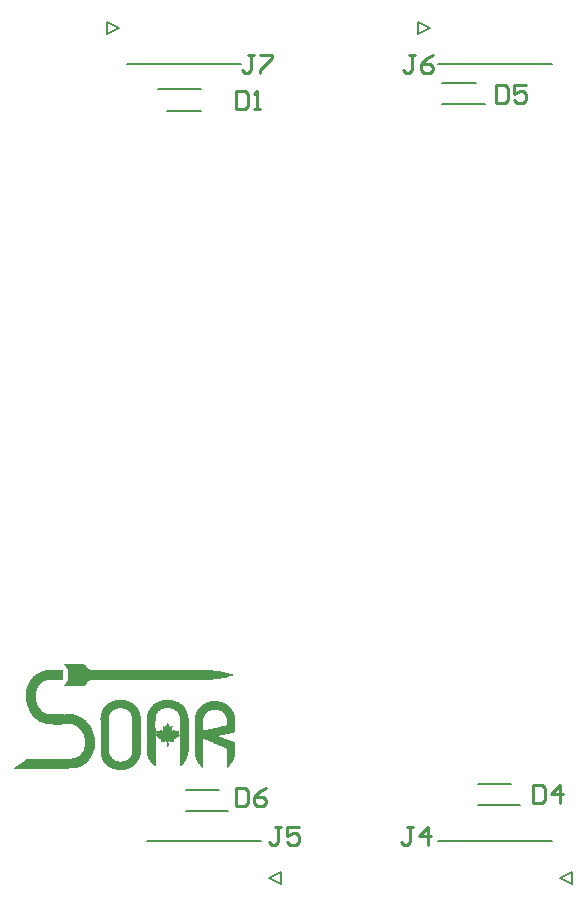
<source format=gto>
G04*
G04 #@! TF.GenerationSoftware,Altium Limited,Altium Designer,24.9.1 (31)*
G04*
G04 Layer_Color=65535*
%FSLAX25Y25*%
%MOIN*%
G70*
G04*
G04 #@! TF.SameCoordinates,8C3E2955-48CA-471D-9453-E4D1A35B8BF5*
G04*
G04*
G04 #@! TF.FilePolarity,Positive*
G04*
G01*
G75*
%ADD10C,0.00787*%
%ADD11C,0.00500*%
%ADD12C,0.01000*%
G36*
X88334Y106205D02*
X88570D01*
Y106087D01*
X88807D01*
Y105968D01*
X88925D01*
Y105732D01*
X89043D01*
Y105614D01*
X89161D01*
Y105495D01*
X89280D01*
Y105377D01*
X89398D01*
Y105259D01*
X89516D01*
Y105140D01*
X89635D01*
Y105022D01*
X89753D01*
Y104904D01*
X89871D01*
Y104786D01*
X89989D01*
Y104667D01*
X90108D01*
Y104549D01*
X90226D01*
Y104431D01*
X129728D01*
Y104313D01*
X131265D01*
Y104194D01*
X132330D01*
Y104076D01*
X133276D01*
Y103958D01*
X133986D01*
Y103839D01*
X134577D01*
Y103721D01*
X135168D01*
Y103603D01*
X135760D01*
Y103485D01*
X136233D01*
Y103366D01*
X136706D01*
Y103248D01*
X137061D01*
Y103130D01*
X137534D01*
Y103012D01*
X137889D01*
Y102893D01*
X138243D01*
Y102657D01*
X137889D01*
Y102539D01*
X137534D01*
Y102420D01*
X137179D01*
Y102302D01*
X136706D01*
Y102184D01*
X136233D01*
Y102065D01*
X135760D01*
Y101947D01*
X135168D01*
Y101829D01*
X134695D01*
Y101711D01*
X133986D01*
Y101592D01*
X133276D01*
Y101474D01*
X132330D01*
Y101356D01*
X131147D01*
Y101237D01*
X129491D01*
Y101119D01*
X123105D01*
Y101237D01*
X109149D01*
Y101119D01*
X90226D01*
Y101001D01*
X90108D01*
Y100883D01*
X89989D01*
Y100764D01*
X89871D01*
Y100646D01*
X89753D01*
Y100528D01*
X89635D01*
Y100410D01*
X89516D01*
Y100291D01*
X89398D01*
Y100173D01*
X89280D01*
Y100055D01*
X89161D01*
Y99936D01*
X89043D01*
Y99818D01*
X88925D01*
Y99700D01*
X88807D01*
Y99582D01*
X88688D01*
Y99345D01*
X88452D01*
Y99227D01*
X81711D01*
Y99345D01*
X81829D01*
Y99463D01*
X81947D01*
Y99700D01*
X82065D01*
Y99818D01*
X82184D01*
Y99936D01*
X82302D01*
Y100173D01*
X82420D01*
Y100291D01*
X82538D01*
Y100410D01*
X82657D01*
Y100646D01*
X82775D01*
Y100764D01*
X82893D01*
Y101001D01*
X83012D01*
Y104313D01*
X83130D01*
Y104431D01*
X83012D01*
Y104667D01*
X82893D01*
Y104786D01*
X82775D01*
Y104904D01*
X82657D01*
Y105140D01*
X82538D01*
Y105259D01*
X82420D01*
Y105377D01*
X82302D01*
Y105614D01*
X82184D01*
Y105732D01*
X82065D01*
Y105850D01*
X81947D01*
Y106087D01*
X81829D01*
Y106205D01*
X81711D01*
Y106323D01*
X88334D01*
Y106205D01*
D02*
G37*
G36*
X116955Y94378D02*
X117901D01*
Y94260D01*
X118374D01*
Y94141D01*
X118729D01*
Y94023D01*
X119084D01*
Y93905D01*
X119320D01*
Y93787D01*
X119557D01*
Y93668D01*
X119793D01*
Y93550D01*
X120030D01*
Y93432D01*
X120266D01*
Y93313D01*
X120385D01*
Y93195D01*
X120503D01*
Y93077D01*
X120739D01*
Y92959D01*
X120858D01*
Y92840D01*
X120976D01*
Y92722D01*
X121094D01*
Y92604D01*
X121212D01*
Y92486D01*
X121331D01*
Y92367D01*
X121449D01*
Y92249D01*
X121567D01*
Y92131D01*
X121686D01*
Y92013D01*
X121804D01*
Y91776D01*
X121922D01*
Y91658D01*
X122040D01*
Y91421D01*
X122159D01*
Y91303D01*
X122277D01*
Y91066D01*
X122395D01*
Y90830D01*
X122513D01*
Y90593D01*
X122632D01*
Y90238D01*
X122750D01*
Y89765D01*
X122868D01*
Y89292D01*
X122986D01*
Y88346D01*
X123105D01*
Y77229D01*
X122986D01*
Y76164D01*
X122868D01*
Y75691D01*
X122750D01*
Y75336D01*
X122632D01*
Y74982D01*
X122513D01*
Y74745D01*
X122395D01*
Y74509D01*
X122277D01*
Y74272D01*
X122159D01*
Y74154D01*
X122040D01*
Y73917D01*
X121922D01*
Y73799D01*
X121804D01*
Y73681D01*
X121686D01*
Y73444D01*
X121567D01*
Y73326D01*
X121449D01*
Y73208D01*
X121331D01*
Y73089D01*
X121212D01*
Y72971D01*
X121094D01*
Y72853D01*
X120976D01*
Y72735D01*
X120858D01*
Y72616D01*
X120739D01*
Y72498D01*
X120503D01*
Y72380D01*
X120385D01*
Y72262D01*
X120266D01*
Y82314D01*
X120148D01*
Y82433D01*
X119912D01*
Y82314D01*
X119793D01*
Y82196D01*
X119557D01*
Y82078D01*
X119439D01*
Y81960D01*
X119202D01*
Y81841D01*
X119084D01*
Y81723D01*
X118847D01*
Y81605D01*
X118729D01*
Y81486D01*
X118611D01*
Y81368D01*
X118374D01*
Y81132D01*
X118256D01*
Y80659D01*
X118374D01*
Y80422D01*
X117428D01*
Y80540D01*
X116837D01*
Y80659D01*
X116718D01*
Y80540D01*
X116482D01*
Y80304D01*
X116364D01*
Y80186D01*
X116482D01*
Y79121D01*
X116364D01*
Y79003D01*
X116245D01*
Y78885D01*
X116009D01*
Y79003D01*
X115772D01*
Y80540D01*
X115536D01*
Y80659D01*
X115417D01*
Y80540D01*
X114708D01*
Y80422D01*
X113998D01*
Y80304D01*
X113880D01*
Y80659D01*
X113998D01*
Y81250D01*
X113880D01*
Y81368D01*
X113761D01*
Y81486D01*
X113525D01*
Y81605D01*
X113407D01*
Y81723D01*
X113170D01*
Y81841D01*
X113052D01*
Y81960D01*
X112815D01*
Y82078D01*
X112697D01*
Y82196D01*
X112579D01*
Y82314D01*
X112342D01*
Y82433D01*
X112106D01*
Y72380D01*
X111751D01*
Y72498D01*
X111633D01*
Y72616D01*
X111514D01*
Y72735D01*
X111396D01*
Y72853D01*
X111278D01*
Y72971D01*
X111160D01*
Y73089D01*
X111041D01*
Y73208D01*
X110923D01*
Y73326D01*
X110805D01*
Y73444D01*
X110687D01*
Y73563D01*
X110568D01*
Y73681D01*
X110450D01*
Y73917D01*
X110332D01*
Y74036D01*
X110213D01*
Y74154D01*
X110095D01*
Y74390D01*
X109977D01*
Y74627D01*
X109859D01*
Y74863D01*
X109740D01*
Y75100D01*
X109622D01*
Y75455D01*
X109504D01*
Y75810D01*
X109386D01*
Y76401D01*
X109267D01*
Y81368D01*
X109149D01*
Y84325D01*
X109267D01*
Y89174D01*
X109386D01*
Y89647D01*
X109504D01*
Y90120D01*
X109622D01*
Y90475D01*
X109740D01*
Y90711D01*
X109859D01*
Y90948D01*
X109977D01*
Y91185D01*
X110095D01*
Y91421D01*
X110213D01*
Y91539D01*
X110332D01*
Y91776D01*
X110450D01*
Y91894D01*
X110568D01*
Y92131D01*
X110687D01*
Y92249D01*
X110805D01*
Y92367D01*
X110923D01*
Y92486D01*
X111041D01*
Y92604D01*
X111160D01*
Y92722D01*
X111278D01*
Y92840D01*
X111396D01*
Y92959D01*
X111514D01*
Y93077D01*
X111751D01*
Y93195D01*
X111869D01*
Y93313D01*
X112106D01*
Y93432D01*
X112224D01*
Y93550D01*
X112461D01*
Y93668D01*
X112697D01*
Y93787D01*
X112934D01*
Y93905D01*
X113170D01*
Y94023D01*
X113525D01*
Y94141D01*
X113880D01*
Y94260D01*
X114353D01*
Y94378D01*
X115181D01*
Y94496D01*
X116955D01*
Y94378D01*
D02*
G37*
G36*
X132211Y94023D02*
X133394D01*
Y93905D01*
X133986D01*
Y93787D01*
X134340D01*
Y93668D01*
X134695D01*
Y93550D01*
X134932D01*
Y93432D01*
X135168D01*
Y93313D01*
X135405D01*
Y93195D01*
X135641D01*
Y93077D01*
X135760D01*
Y92959D01*
X135996D01*
Y92840D01*
X136114D01*
Y92722D01*
X136233D01*
Y92604D01*
X136351D01*
Y92486D01*
X136588D01*
Y92367D01*
X136706D01*
Y92249D01*
X136824D01*
Y92131D01*
X136942D01*
Y91894D01*
X137061D01*
Y91776D01*
X137179D01*
Y91658D01*
X137297D01*
Y91539D01*
X137415D01*
Y91303D01*
X137534D01*
Y91185D01*
X137652D01*
Y90948D01*
X137770D01*
Y90830D01*
X137889D01*
Y90593D01*
X138007D01*
Y90357D01*
X138125D01*
Y90120D01*
X138243D01*
Y89765D01*
X138362D01*
Y89411D01*
X138480D01*
Y88819D01*
X138598D01*
Y83852D01*
X138480D01*
Y83734D01*
X138362D01*
Y83615D01*
X138125D01*
Y83497D01*
X137534D01*
Y83379D01*
X136942D01*
Y83261D01*
X136351D01*
Y83142D01*
X135878D01*
Y83024D01*
X135286D01*
Y82906D01*
X134695D01*
Y82788D01*
X134222D01*
Y82669D01*
X133631D01*
Y82551D01*
X133158D01*
Y82433D01*
X133039D01*
Y82314D01*
X133276D01*
Y82196D01*
X133631D01*
Y82078D01*
X133986D01*
Y81960D01*
X134340D01*
Y81841D01*
X134695D01*
Y81723D01*
X134932D01*
Y81605D01*
X135286D01*
Y81486D01*
X135641D01*
Y81368D01*
X135996D01*
Y81250D01*
X136351D01*
Y81132D01*
X136588D01*
Y81014D01*
X136942D01*
Y80895D01*
X137297D01*
Y80777D01*
X137652D01*
Y80659D01*
X138007D01*
Y80540D01*
X138243D01*
Y80422D01*
X138480D01*
Y80186D01*
X138598D01*
Y76164D01*
X138480D01*
Y75455D01*
X138362D01*
Y74982D01*
X138243D01*
Y74627D01*
X138125D01*
Y74390D01*
X138007D01*
Y74154D01*
X137889D01*
Y73917D01*
X137770D01*
Y73681D01*
X137652D01*
Y73563D01*
X137534D01*
Y73326D01*
X137415D01*
Y73208D01*
X137297D01*
Y73089D01*
X137179D01*
Y72971D01*
X137061D01*
Y72735D01*
X136942D01*
Y72616D01*
X136824D01*
Y72498D01*
X136588D01*
Y72380D01*
X136469D01*
Y72262D01*
X136351D01*
Y72143D01*
X136233D01*
Y72025D01*
X136114D01*
Y71907D01*
X135878D01*
Y71789D01*
X135760D01*
Y73563D01*
Y73681D01*
Y78057D01*
X135641D01*
Y78293D01*
X135523D01*
Y78412D01*
X135286D01*
Y78530D01*
X134932D01*
Y78648D01*
X134695D01*
Y78766D01*
X134459D01*
Y78885D01*
X134104D01*
Y79003D01*
X133867D01*
Y79121D01*
X133631D01*
Y79239D01*
X133276D01*
Y79358D01*
X133039D01*
Y79476D01*
X132803D01*
Y79594D01*
X132448D01*
Y79712D01*
X132211D01*
Y79831D01*
X131975D01*
Y79949D01*
X131620D01*
Y80067D01*
X131384D01*
Y80186D01*
X131147D01*
Y80304D01*
X130911D01*
Y80422D01*
X130556D01*
Y80540D01*
X130319D01*
Y80659D01*
X130083D01*
Y80777D01*
X129728D01*
Y80895D01*
X129491D01*
Y81014D01*
X129255D01*
Y81132D01*
X129018D01*
Y81250D01*
X128664D01*
Y81368D01*
X128427D01*
Y81486D01*
X128072D01*
Y81250D01*
X127954D01*
Y72262D01*
X128072D01*
Y72025D01*
X127954D01*
Y71907D01*
X127717D01*
Y72025D01*
X127599D01*
Y72143D01*
X127481D01*
Y72262D01*
X127363D01*
Y72380D01*
X127244D01*
Y72498D01*
X127126D01*
Y72616D01*
X127008D01*
Y72735D01*
X126889D01*
Y72853D01*
X126771D01*
Y72971D01*
X126653D01*
Y73089D01*
X126535D01*
Y73208D01*
X126416D01*
Y73326D01*
X126298D01*
Y73563D01*
X126180D01*
Y73681D01*
X126061D01*
Y73917D01*
X125943D01*
Y74154D01*
X125825D01*
Y74390D01*
X125707D01*
Y74627D01*
X125589D01*
Y74982D01*
X125470D01*
Y75336D01*
X125352D01*
Y75928D01*
X125234D01*
Y76756D01*
X125115D01*
Y86572D01*
X125234D01*
Y88937D01*
X125352D01*
Y89529D01*
X125470D01*
Y89884D01*
X125589D01*
Y90120D01*
X125707D01*
Y90475D01*
X125825D01*
Y90711D01*
X125943D01*
Y90830D01*
X126061D01*
Y91066D01*
X126180D01*
Y91185D01*
X126298D01*
Y91421D01*
X126416D01*
Y91539D01*
X126535D01*
Y91658D01*
X126653D01*
Y91894D01*
X126771D01*
Y92013D01*
X126889D01*
Y92131D01*
X127008D01*
Y92249D01*
X127126D01*
Y92367D01*
X127244D01*
Y92486D01*
X127481D01*
Y92604D01*
X127599D01*
Y92722D01*
X127717D01*
Y92840D01*
X127836D01*
Y92959D01*
X128072D01*
Y93077D01*
X128190D01*
Y93195D01*
X128427D01*
Y93313D01*
X128664D01*
Y93432D01*
X128900D01*
Y93550D01*
X129137D01*
Y93668D01*
X129491D01*
Y93787D01*
X129846D01*
Y93905D01*
X130319D01*
Y94023D01*
X131502D01*
Y94141D01*
X132211D01*
Y94023D01*
D02*
G37*
G36*
X81238Y104313D02*
X81356D01*
Y103839D01*
X81238D01*
Y101237D01*
X81119D01*
Y101119D01*
X76270D01*
Y101001D01*
X75679D01*
Y100883D01*
X75324D01*
Y100764D01*
X74969D01*
Y100646D01*
X74733D01*
Y100528D01*
X74496D01*
Y100410D01*
X74378D01*
Y100291D01*
X74141D01*
Y100173D01*
X74023D01*
Y100055D01*
X73905D01*
Y99936D01*
X73668D01*
Y99818D01*
X73550D01*
Y99582D01*
X73432D01*
Y99463D01*
X73313D01*
Y99345D01*
X73195D01*
Y99227D01*
X73077D01*
Y98990D01*
X72959D01*
Y98754D01*
X72840D01*
Y98517D01*
X72722D01*
Y98281D01*
X72604D01*
Y97926D01*
X72486D01*
Y97453D01*
X72367D01*
Y96980D01*
X72249D01*
Y94260D01*
X72367D01*
Y93787D01*
X72486D01*
Y93432D01*
X72604D01*
Y93077D01*
X72722D01*
Y92840D01*
X72840D01*
Y92604D01*
X72959D01*
Y92367D01*
X73077D01*
Y92131D01*
X73195D01*
Y92013D01*
X73313D01*
Y91776D01*
X73432D01*
Y91658D01*
X73550D01*
Y91421D01*
X73668D01*
Y91303D01*
X73786D01*
Y91185D01*
X73905D01*
Y91066D01*
X74023D01*
Y90948D01*
X74141D01*
Y90830D01*
X74260D01*
Y90711D01*
X74378D01*
Y90593D01*
X74614D01*
Y90475D01*
X74733D01*
Y90357D01*
X74851D01*
Y90238D01*
X75087D01*
Y90120D01*
X75324D01*
Y90002D01*
X75561D01*
Y89884D01*
X75915D01*
Y89765D01*
X76507D01*
Y89647D01*
X77808D01*
Y89765D01*
X78872D01*
Y89647D01*
X81711D01*
Y89529D01*
X82065D01*
Y89647D01*
X84786D01*
Y89529D01*
X85259D01*
Y89411D01*
X85732D01*
Y89292D01*
X86086D01*
Y89174D01*
X86323D01*
Y89056D01*
X86678D01*
Y88937D01*
X86914D01*
Y88819D01*
X87151D01*
Y88701D01*
X87269D01*
Y88583D01*
X87506D01*
Y88464D01*
X87742D01*
Y88346D01*
X87861D01*
Y88228D01*
X88097D01*
Y88110D01*
X88215D01*
Y87991D01*
X88334D01*
Y87873D01*
X88570D01*
Y87755D01*
X88688D01*
Y87637D01*
X88807D01*
Y87518D01*
X88925D01*
Y87400D01*
X89043D01*
Y87282D01*
X89161D01*
Y87164D01*
X89280D01*
Y87045D01*
X89398D01*
Y86927D01*
X89516D01*
Y86809D01*
X89635D01*
Y86572D01*
X89753D01*
Y86454D01*
X89871D01*
Y86336D01*
X89989D01*
Y86217D01*
X90108D01*
Y85981D01*
X90226D01*
Y85862D01*
X90344D01*
Y85626D01*
X90462D01*
Y85389D01*
X90581D01*
Y85271D01*
X90699D01*
Y85035D01*
X90817D01*
Y84798D01*
X90936D01*
Y84443D01*
X91054D01*
Y84207D01*
X91172D01*
Y83852D01*
X91290D01*
Y83497D01*
X91409D01*
Y83024D01*
X91527D01*
Y82551D01*
X91645D01*
Y81960D01*
X91764D01*
Y81132D01*
X91882D01*
Y79003D01*
X91764D01*
Y78175D01*
X91645D01*
Y77702D01*
X91527D01*
Y77347D01*
X91409D01*
Y76992D01*
X91290D01*
Y76638D01*
X91172D01*
Y76401D01*
X91054D01*
Y76164D01*
X90936D01*
Y75928D01*
X90817D01*
Y75691D01*
X90699D01*
Y75455D01*
X90581D01*
Y75218D01*
X90462D01*
Y75100D01*
X90344D01*
Y74863D01*
X90226D01*
Y74745D01*
X90108D01*
Y74627D01*
X89989D01*
Y74390D01*
X89871D01*
Y74272D01*
X89753D01*
Y74154D01*
X89635D01*
Y74036D01*
X89516D01*
Y73917D01*
X89398D01*
Y73799D01*
X89280D01*
Y73681D01*
X89161D01*
Y73563D01*
X89043D01*
Y73444D01*
X88925D01*
Y73326D01*
X88807D01*
Y73208D01*
X88688D01*
Y73089D01*
X88452D01*
Y72971D01*
X88334D01*
Y72853D01*
X88097D01*
Y72735D01*
X87979D01*
Y72616D01*
X87742D01*
Y72498D01*
X87506D01*
Y72380D01*
X87269D01*
Y72262D01*
X87033D01*
Y72143D01*
X86678D01*
Y72025D01*
X86323D01*
Y71907D01*
X85968D01*
Y71789D01*
X85377D01*
Y71670D01*
X83130D01*
Y71552D01*
X64916D01*
Y71789D01*
X65153D01*
Y71907D01*
X65271D01*
Y72025D01*
X65508D01*
Y72143D01*
X65626D01*
Y72262D01*
X65744D01*
Y72380D01*
X65981D01*
Y72498D01*
X66099D01*
Y72616D01*
X66336D01*
Y72735D01*
X66454D01*
Y72853D01*
X66690D01*
Y72971D01*
X66809D01*
Y73089D01*
X67045D01*
Y73208D01*
X67163D01*
Y73326D01*
X67400D01*
Y73444D01*
X67518D01*
Y73563D01*
X67637D01*
Y73681D01*
X67873D01*
Y73799D01*
X67991D01*
Y73917D01*
X68228D01*
Y74036D01*
X68346D01*
Y74154D01*
X68583D01*
Y74272D01*
X68701D01*
Y74390D01*
X68937D01*
Y74509D01*
X69056D01*
Y74627D01*
X69174D01*
Y74745D01*
X69411D01*
Y74863D01*
X84312D01*
Y74982D01*
X84904D01*
Y75100D01*
X85259D01*
Y75218D01*
X85614D01*
Y75336D01*
X85850D01*
Y75455D01*
X86086D01*
Y75573D01*
X86205D01*
Y75691D01*
X86441D01*
Y75810D01*
X86560D01*
Y75928D01*
X86796D01*
Y76046D01*
X86914D01*
Y76164D01*
X87033D01*
Y76283D01*
X87151D01*
Y76401D01*
X87269D01*
Y76519D01*
X87388D01*
Y76638D01*
X87506D01*
Y76874D01*
X87624D01*
Y76992D01*
X87742D01*
Y77229D01*
X87861D01*
Y77347D01*
X87979D01*
Y77584D01*
X88097D01*
Y77938D01*
X88215D01*
Y78293D01*
X88334D01*
Y78766D01*
X88452D01*
Y80067D01*
X88570D01*
Y80422D01*
X88452D01*
Y81723D01*
X88334D01*
Y82314D01*
X88215D01*
Y82669D01*
X88097D01*
Y83024D01*
X87979D01*
Y83261D01*
X87861D01*
Y83497D01*
X87742D01*
Y83734D01*
X87624D01*
Y83970D01*
X87506D01*
Y84088D01*
X87388D01*
Y84325D01*
X87269D01*
Y84443D01*
X87151D01*
Y84562D01*
X87033D01*
Y84680D01*
X86914D01*
Y84798D01*
X86796D01*
Y84916D01*
X86678D01*
Y85035D01*
X86560D01*
Y85153D01*
X86441D01*
Y85271D01*
X86323D01*
Y85389D01*
X86205D01*
Y85508D01*
X85968D01*
Y85626D01*
X85850D01*
Y85744D01*
X85614D01*
Y85862D01*
X85377D01*
Y85981D01*
X85140D01*
Y86099D01*
X84786D01*
Y86217D01*
X84431D01*
Y86336D01*
X81001D01*
Y86217D01*
X78044D01*
Y86336D01*
X76625D01*
Y86454D01*
X75797D01*
Y86572D01*
X75324D01*
Y86690D01*
X74851D01*
Y86809D01*
X74496D01*
Y86927D01*
X74141D01*
Y87045D01*
X73905D01*
Y87164D01*
X73550D01*
Y87282D01*
X73313D01*
Y87400D01*
X73195D01*
Y87518D01*
X72959D01*
Y87637D01*
X72722D01*
Y87755D01*
X72604D01*
Y87873D01*
X72486D01*
Y87991D01*
X72249D01*
Y88110D01*
X72131D01*
Y88228D01*
X72013D01*
Y88346D01*
X71894D01*
Y88464D01*
X71776D01*
Y88583D01*
X71658D01*
Y88701D01*
X71539D01*
Y88819D01*
X71421D01*
Y88937D01*
X71303D01*
Y89056D01*
X71185D01*
Y89174D01*
X71066D01*
Y89292D01*
X70948D01*
Y89529D01*
X70830D01*
Y89647D01*
X70711D01*
Y89765D01*
X70593D01*
Y90002D01*
X70475D01*
Y90238D01*
X70357D01*
Y90357D01*
X70239D01*
Y90593D01*
X70120D01*
Y90830D01*
X70002D01*
Y91066D01*
X69884D01*
Y91303D01*
X69765D01*
Y91658D01*
X69647D01*
Y92013D01*
X69529D01*
Y92367D01*
X69411D01*
Y92722D01*
X69292D01*
Y93077D01*
X69174D01*
Y93668D01*
X69056D01*
Y94378D01*
X68937D01*
Y95797D01*
X68819D01*
Y96034D01*
X68937D01*
Y97453D01*
X69056D01*
Y98044D01*
X69174D01*
Y98517D01*
X69292D01*
Y98990D01*
X69411D01*
Y99227D01*
X69529D01*
Y99582D01*
X69647D01*
Y99818D01*
X69765D01*
Y100055D01*
X69884D01*
Y100291D01*
X70002D01*
Y100528D01*
X70120D01*
Y100764D01*
X70239D01*
Y100883D01*
X70357D01*
Y101119D01*
X70475D01*
Y101237D01*
X70593D01*
Y101356D01*
X70711D01*
Y101592D01*
X70830D01*
Y101711D01*
X70948D01*
Y101829D01*
X71066D01*
Y101947D01*
X71185D01*
Y102065D01*
X71303D01*
Y102184D01*
X71421D01*
Y102302D01*
X71539D01*
Y102420D01*
X71658D01*
Y102539D01*
X71776D01*
Y102657D01*
X72013D01*
Y102775D01*
X72131D01*
Y102893D01*
X72249D01*
Y103012D01*
X72486D01*
Y103130D01*
X72604D01*
Y103248D01*
X72840D01*
Y103366D01*
X73077D01*
Y103485D01*
X73313D01*
Y103603D01*
X73550D01*
Y103721D01*
X73786D01*
Y103839D01*
X74141D01*
Y103958D01*
X74496D01*
Y104076D01*
X74851D01*
Y104194D01*
X75324D01*
Y104313D01*
X76034D01*
Y104431D01*
X81238D01*
Y104313D01*
D02*
G37*
G36*
X101580Y94378D02*
X102171D01*
Y94260D01*
X102644D01*
Y94141D01*
X102999D01*
Y94023D01*
X103236D01*
Y93905D01*
X103590D01*
Y93787D01*
X103827D01*
Y93668D01*
X104063D01*
Y93550D01*
X104182D01*
Y93432D01*
X104418D01*
Y93313D01*
X104536D01*
Y93195D01*
X104773D01*
Y93077D01*
X104891D01*
Y92959D01*
X105010D01*
Y92840D01*
X105128D01*
Y92722D01*
X105246D01*
Y92604D01*
X105364D01*
Y92486D01*
X105483D01*
Y92367D01*
X105601D01*
Y92249D01*
X105719D01*
Y92131D01*
X105838D01*
Y92013D01*
X105956D01*
Y91776D01*
X106074D01*
Y91658D01*
X106192D01*
Y91421D01*
X106311D01*
Y91185D01*
X106429D01*
Y91066D01*
X106547D01*
Y90711D01*
X106665D01*
Y90475D01*
X106784D01*
Y90120D01*
X106902D01*
Y89765D01*
X107020D01*
Y89174D01*
X107139D01*
Y76283D01*
X107020D01*
Y75810D01*
X106902D01*
Y75455D01*
X106784D01*
Y75100D01*
X106665D01*
Y74863D01*
X106547D01*
Y74627D01*
X106429D01*
Y74390D01*
X106311D01*
Y74154D01*
X106192D01*
Y74036D01*
X106074D01*
Y73799D01*
X105956D01*
Y73681D01*
X105838D01*
Y73563D01*
X105719D01*
Y73326D01*
X105601D01*
Y73208D01*
X105483D01*
Y73089D01*
X105364D01*
Y72971D01*
X105246D01*
Y72853D01*
X105128D01*
Y72735D01*
X105010D01*
Y72616D01*
X104773D01*
Y72498D01*
X104655D01*
Y72380D01*
X104536D01*
Y72262D01*
X104300D01*
Y72143D01*
X104182D01*
Y72025D01*
X103945D01*
Y71907D01*
X103709D01*
Y71789D01*
X103472D01*
Y71670D01*
X103236D01*
Y71552D01*
X102999D01*
Y71434D01*
X102644D01*
Y71315D01*
X102171D01*
Y71197D01*
X101343D01*
Y71079D01*
X99687D01*
Y71197D01*
X98860D01*
Y71315D01*
X98268D01*
Y71434D01*
X97913D01*
Y71552D01*
X97677D01*
Y71670D01*
X97322D01*
Y71789D01*
X97086D01*
Y71907D01*
X96967D01*
Y72025D01*
X96731D01*
Y72143D01*
X96494D01*
Y72262D01*
X96376D01*
Y72380D01*
X96258D01*
Y72498D01*
X96021D01*
Y72616D01*
X95903D01*
Y72735D01*
X95785D01*
Y72853D01*
X95666D01*
Y72971D01*
X95548D01*
Y73089D01*
X95430D01*
Y73208D01*
X95311D01*
Y73326D01*
X95193D01*
Y73444D01*
X95075D01*
Y73681D01*
X94957D01*
Y73799D01*
X94839D01*
Y73917D01*
X94720D01*
Y74154D01*
X94602D01*
Y74390D01*
X94484D01*
Y74509D01*
X94365D01*
Y74745D01*
X94247D01*
Y75100D01*
X94129D01*
Y75336D01*
X94011D01*
Y75691D01*
X93892D01*
Y76283D01*
X93774D01*
Y87873D01*
X93656D01*
Y88464D01*
X93774D01*
Y89411D01*
X93892D01*
Y89884D01*
X94011D01*
Y90238D01*
X94129D01*
Y90593D01*
X94247D01*
Y90830D01*
X94365D01*
Y91066D01*
X94484D01*
Y91303D01*
X94602D01*
Y91421D01*
X94720D01*
Y91658D01*
X94839D01*
Y91776D01*
X94957D01*
Y92013D01*
X95075D01*
Y92131D01*
X95193D01*
Y92249D01*
X95311D01*
Y92367D01*
X95430D01*
Y92486D01*
X95548D01*
Y92604D01*
X95666D01*
Y92722D01*
X95785D01*
Y92840D01*
X95903D01*
Y92959D01*
X96021D01*
Y93077D01*
X96139D01*
Y93195D01*
X96258D01*
Y93313D01*
X96494D01*
Y93432D01*
X96613D01*
Y93550D01*
X96849D01*
Y93668D01*
X97086D01*
Y93787D01*
X97322D01*
Y93905D01*
X97559D01*
Y94023D01*
X97913D01*
Y94141D01*
X98268D01*
Y94260D01*
X98623D01*
Y94378D01*
X99333D01*
Y94496D01*
X101580D01*
Y94378D01*
D02*
G37*
%LPC*%
G36*
X117310Y91658D02*
X115062D01*
Y91539D01*
X114589D01*
Y91421D01*
X114235D01*
Y91303D01*
X113998D01*
Y91185D01*
X113761D01*
Y91066D01*
X113525D01*
Y90948D01*
X113407D01*
Y90830D01*
X113170D01*
Y90711D01*
X113052D01*
Y90593D01*
X112934D01*
Y90475D01*
X112815D01*
Y90238D01*
X112697D01*
Y90120D01*
X112579D01*
Y90002D01*
X112461D01*
Y89765D01*
X112342D01*
Y89411D01*
X112224D01*
Y88937D01*
X112106D01*
Y87400D01*
X111987D01*
Y85271D01*
X112106D01*
Y83024D01*
X112461D01*
Y83497D01*
X112342D01*
Y84088D01*
X112224D01*
Y84207D01*
X112934D01*
Y84088D01*
X113407D01*
Y84207D01*
X113525D01*
Y84325D01*
X113643D01*
Y84562D01*
X113998D01*
Y84443D01*
X114116D01*
Y84325D01*
X114235D01*
Y84207D01*
X114353D01*
Y84088D01*
X114471D01*
Y83970D01*
X114708D01*
Y84325D01*
X114589D01*
Y85035D01*
X114471D01*
Y85744D01*
X114353D01*
Y85862D01*
X114589D01*
Y85744D01*
X114826D01*
Y85626D01*
X114944D01*
Y85508D01*
X115299D01*
Y85626D01*
X115417D01*
Y85744D01*
X115536D01*
Y85981D01*
X115654D01*
Y86217D01*
X115772D01*
Y86454D01*
X115890D01*
Y86572D01*
X116009D01*
Y86690D01*
X116245D01*
Y86454D01*
X116364D01*
Y86336D01*
X116482D01*
Y86099D01*
X116600D01*
Y85862D01*
X116718D01*
Y85744D01*
X116837D01*
Y85626D01*
X116955D01*
Y85508D01*
X117310D01*
Y85626D01*
X117428D01*
Y85744D01*
X117664D01*
Y85862D01*
X117783D01*
Y85389D01*
X117664D01*
Y84680D01*
X117546D01*
Y84207D01*
X117428D01*
Y84088D01*
X117546D01*
Y83970D01*
X117783D01*
Y84088D01*
X117901D01*
Y84207D01*
X118019D01*
Y84325D01*
X118256D01*
Y84443D01*
X118374D01*
Y84562D01*
X118611D01*
Y84325D01*
X118729D01*
Y84207D01*
X119084D01*
Y84088D01*
X119320D01*
Y84207D01*
X119912D01*
Y84325D01*
X120030D01*
Y83734D01*
X119912D01*
Y83024D01*
X120030D01*
Y82906D01*
X120148D01*
Y83261D01*
X120266D01*
Y88228D01*
X120148D01*
Y88346D01*
Y89056D01*
X120030D01*
Y89411D01*
X119912D01*
Y89647D01*
X119793D01*
Y89884D01*
X119675D01*
Y90120D01*
X119557D01*
Y90238D01*
X119439D01*
Y90357D01*
X119320D01*
Y90593D01*
X119202D01*
Y90711D01*
X118965D01*
Y90830D01*
X118847D01*
Y90948D01*
X118729D01*
Y91066D01*
X118492D01*
Y91185D01*
X118374D01*
Y91303D01*
X118138D01*
Y91421D01*
X117783D01*
Y91539D01*
X117310D01*
Y91658D01*
D02*
G37*
G36*
X132921Y91185D02*
X130911D01*
Y91066D01*
X130438D01*
Y90948D01*
X130083D01*
Y90830D01*
X129846D01*
Y90711D01*
X129728D01*
Y90593D01*
X129491D01*
Y90475D01*
X129373D01*
Y90357D01*
X129255D01*
Y90238D01*
X129137D01*
Y90120D01*
X129018D01*
Y90002D01*
X128900D01*
Y89884D01*
X128782D01*
Y89765D01*
X128664D01*
Y89529D01*
X128545D01*
Y89411D01*
X128427D01*
Y89174D01*
X128309D01*
Y88819D01*
X128190D01*
Y88346D01*
X128072D01*
Y87282D01*
X127954D01*
Y85744D01*
X128072D01*
Y85035D01*
X127954D01*
Y84562D01*
X128072D01*
Y84443D01*
X128190D01*
Y84325D01*
X128545D01*
Y84443D01*
X129137D01*
Y84562D01*
X129610D01*
Y84680D01*
X130201D01*
Y84798D01*
X130792D01*
Y84916D01*
X131265D01*
Y85035D01*
X131857D01*
Y85153D01*
X132330D01*
Y85271D01*
X132921D01*
Y85389D01*
X133394D01*
Y85508D01*
X133986D01*
Y85626D01*
X134577D01*
Y85744D01*
X135168D01*
Y85862D01*
X135523D01*
Y85981D01*
X135641D01*
Y86099D01*
X135760D01*
Y88346D01*
X135641D01*
Y88464D01*
Y88583D01*
Y88819D01*
X135523D01*
Y89056D01*
X135405D01*
Y89411D01*
X135286D01*
Y89529D01*
X135168D01*
Y89765D01*
X135050D01*
Y89884D01*
X134932D01*
Y90002D01*
X134813D01*
Y90120D01*
X134695D01*
Y90238D01*
X134577D01*
Y90357D01*
X134459D01*
Y90475D01*
X134340D01*
Y90593D01*
X134104D01*
Y90711D01*
X133986D01*
Y90830D01*
X133749D01*
Y90948D01*
X133394D01*
Y91066D01*
X132921D01*
Y91185D01*
D02*
G37*
G36*
X101225Y91658D02*
X99569D01*
Y91539D01*
X99096D01*
Y91421D01*
X98741D01*
Y91303D01*
X98505D01*
Y91185D01*
X98268D01*
Y91066D01*
X98032D01*
Y90948D01*
X97913D01*
Y90830D01*
X97795D01*
Y90711D01*
X97677D01*
Y90593D01*
X97559D01*
Y90475D01*
X97440D01*
Y90357D01*
X97322D01*
Y90238D01*
X97204D01*
Y90120D01*
X97086D01*
Y89884D01*
X96967D01*
Y89647D01*
X96849D01*
Y89292D01*
X96731D01*
Y88937D01*
X96613D01*
Y88110D01*
X96494D01*
Y87518D01*
X96613D01*
Y76992D01*
X96731D01*
Y76519D01*
X96849D01*
Y76164D01*
X96967D01*
Y75928D01*
X97086D01*
Y75691D01*
X97204D01*
Y75455D01*
X97322D01*
Y75336D01*
X97440D01*
Y75218D01*
X97559D01*
Y74982D01*
X97677D01*
Y74863D01*
X97913D01*
Y74745D01*
X98032D01*
Y74627D01*
X98150D01*
Y74509D01*
X98387D01*
Y74390D01*
X98623D01*
Y74272D01*
X98860D01*
Y74154D01*
X99214D01*
Y74036D01*
X99806D01*
Y73917D01*
X100988D01*
Y74036D01*
X101580D01*
Y74154D01*
X102053D01*
Y74272D01*
X102408D01*
Y74390D01*
X102644D01*
Y74509D01*
X102762D01*
Y74627D01*
X102999D01*
Y74745D01*
X103117D01*
Y74863D01*
X103354D01*
Y74982D01*
X103472D01*
Y75218D01*
X103590D01*
Y75336D01*
X103709D01*
Y75455D01*
X103827D01*
Y75691D01*
X103945D01*
Y75928D01*
X104063D01*
Y76164D01*
X104182D01*
Y76638D01*
X104300D01*
Y77347D01*
X104418D01*
Y80186D01*
X104300D01*
Y83497D01*
Y83615D01*
Y88346D01*
X104182D01*
Y89056D01*
X104063D01*
Y89529D01*
X103945D01*
Y89765D01*
X103827D01*
Y90002D01*
X103709D01*
Y90120D01*
X103590D01*
Y90357D01*
X103472D01*
Y90475D01*
X103354D01*
Y90593D01*
X103236D01*
Y90711D01*
X103117D01*
Y90830D01*
X102881D01*
Y90948D01*
X102762D01*
Y91066D01*
X102526D01*
Y91185D01*
X102408D01*
Y91303D01*
X102053D01*
Y91421D01*
X101698D01*
Y91539D01*
X101225D01*
Y91658D01*
D02*
G37*
%LPD*%
D10*
X113083Y297978D02*
X127099D01*
X116075Y290891D02*
X127099D01*
X207758Y300062D02*
X218782D01*
X207758Y292975D02*
X221774D01*
X122324Y64543D02*
X133347D01*
X122324Y57457D02*
X136339D01*
X219488Y66543D02*
X230512D01*
X219488Y59457D02*
X233504D01*
D11*
X96004Y316531D02*
X99941Y318500D01*
X96004Y320468D02*
X99941Y318500D01*
X96004Y316531D02*
Y320468D01*
X102598Y306295D02*
X140591D01*
X109298Y47405D02*
X147291D01*
X153885Y33231D02*
Y37168D01*
X149948Y35200D02*
X153885Y33231D01*
X149948Y35200D02*
X153885Y37168D01*
X206310Y306295D02*
X244302D01*
X199715Y316531D02*
Y320468D01*
X203652Y318500D01*
X199715Y316531D02*
X203652Y318500D01*
X246948Y35200D02*
X250885Y37168D01*
X246948Y35200D02*
X250885Y33231D01*
Y37168D01*
X206298Y47405D02*
X244290D01*
D12*
X138900Y297298D02*
Y291300D01*
X141899D01*
X142899Y292300D01*
Y296298D01*
X141899Y297298D01*
X138900D01*
X144898Y291300D02*
X146897D01*
X145898D01*
Y297298D01*
X144898Y296298D01*
X145000Y309294D02*
X143001D01*
X144001D01*
Y304296D01*
X143001Y303296D01*
X142001D01*
X141002Y304296D01*
X147000Y309294D02*
X150998D01*
Y308295D01*
X147000Y304296D01*
Y303296D01*
X139002Y64999D02*
Y59001D01*
X142001D01*
X143000Y60001D01*
Y63999D01*
X142001Y64999D01*
X139002D01*
X148998D02*
X146999Y63999D01*
X145000Y62000D01*
Y60001D01*
X145999Y59001D01*
X147999D01*
X148998Y60001D01*
Y61000D01*
X147999Y62000D01*
X145000D01*
X238002Y65999D02*
Y60001D01*
X241001D01*
X242000Y61001D01*
Y64999D01*
X241001Y65999D01*
X238002D01*
X246999Y60001D02*
Y65999D01*
X244000Y63000D01*
X247998D01*
X225715Y299517D02*
Y293519D01*
X228714D01*
X229714Y294519D01*
Y298518D01*
X228714Y299517D01*
X225715D01*
X235712D02*
X231713D01*
Y296518D01*
X233713Y297518D01*
X234712D01*
X235712Y296518D01*
Y294519D01*
X234712Y293519D01*
X232713D01*
X231713Y294519D01*
X198715Y309294D02*
X196716D01*
X197716D01*
Y304296D01*
X196716Y303296D01*
X195716D01*
X194717Y304296D01*
X204713Y309294D02*
X202714Y308295D01*
X200715Y306295D01*
Y304296D01*
X201714Y303296D01*
X203714D01*
X204713Y304296D01*
Y305296D01*
X203714Y306295D01*
X200715D01*
X154000Y51999D02*
X152001D01*
X153001D01*
Y47001D01*
X152001Y46001D01*
X151001D01*
X150002Y47001D01*
X159998Y51999D02*
X156000D01*
Y49000D01*
X157999Y50000D01*
X158999D01*
X159998Y49000D01*
Y47001D01*
X158999Y46001D01*
X156999D01*
X156000Y47001D01*
X198000Y51999D02*
X196001D01*
X197001D01*
Y47001D01*
X196001Y46001D01*
X195001D01*
X194002Y47001D01*
X202999Y46001D02*
Y51999D01*
X200000Y49000D01*
X203998D01*
M02*

</source>
